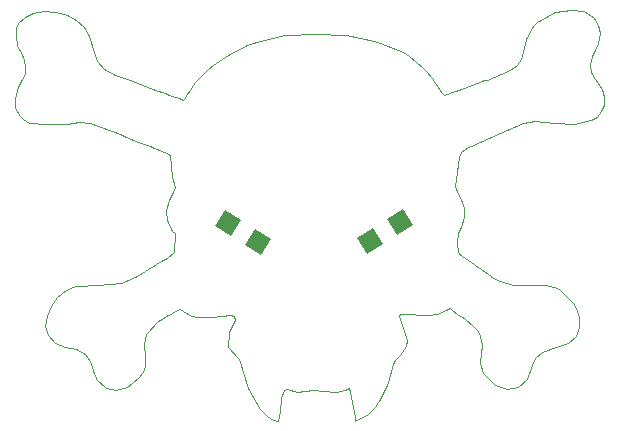
<source format=gts>
G75*
G70*
%OFA0B0*%
%FSLAX24Y24*%
%IPPOS*%
%LPD*%
%AMOC8*
5,1,8,0,0,1.08239X$1,22.5*
%
%ADD10C,0.0010*%
%ADD11R,0.0631X0.0631*%
D10*
X002813Y001666D02*
X002773Y001794D01*
X002677Y002095D01*
X002502Y002332D01*
X002202Y002485D01*
X001841Y002565D01*
X001498Y002704D01*
X001254Y002972D01*
X001179Y003262D01*
X001215Y003596D01*
X001351Y003934D01*
X001577Y004233D01*
X001868Y004458D01*
X002112Y004565D01*
X002191Y004598D01*
X002926Y004644D01*
X003693Y004687D01*
X003862Y004749D01*
X004222Y004936D01*
X004496Y005090D01*
X004609Y005166D01*
X004763Y005259D01*
X004822Y005299D01*
X004868Y005336D01*
X005046Y005430D01*
X005230Y005537D01*
X005472Y005723D01*
X005486Y006356D01*
X005413Y006444D01*
X005245Y006806D01*
X005202Y007130D01*
X005293Y007457D01*
X005432Y007739D01*
X005482Y007896D01*
X005390Y008224D01*
X005347Y008635D01*
X005334Y008922D01*
X005287Y009005D01*
X004974Y009138D01*
X004888Y009162D01*
X004802Y009186D01*
X004651Y009252D01*
X004472Y009334D01*
X004358Y009372D01*
X004248Y009408D01*
X003876Y009570D01*
X003666Y009655D01*
X003044Y009898D01*
X002939Y009935D01*
X002648Y010029D01*
X002287Y010048D01*
X001893Y010008D01*
X001223Y009993D01*
X000645Y010024D01*
X000436Y010150D01*
X000318Y010268D01*
X000160Y010544D01*
X000160Y010859D01*
X000258Y011216D01*
X000389Y011507D01*
X000483Y011671D01*
X000513Y011894D01*
X000480Y012135D01*
X000348Y012387D01*
X000277Y012532D01*
X000231Y012631D01*
X000185Y012959D01*
X000197Y013204D01*
X000274Y013356D01*
X000482Y013566D01*
X000771Y013702D01*
X001127Y013758D01*
X001538Y013733D01*
X001895Y013635D01*
X002203Y013466D01*
X002455Y013230D01*
X002641Y012933D01*
X002800Y012402D01*
X002897Y012091D01*
X003125Y011827D01*
X003512Y011631D01*
X004008Y011447D01*
X004657Y011208D01*
X004757Y011157D01*
X004821Y011132D01*
X004944Y011093D01*
X005077Y011054D01*
X005150Y011027D01*
X005231Y011001D01*
X005295Y010978D01*
X005393Y010928D01*
X005630Y010848D01*
X005767Y010795D01*
X005820Y010869D01*
X005873Y010961D01*
X005991Y011132D01*
X006109Y011303D01*
X006172Y011390D01*
X006351Y011605D01*
X006583Y011837D01*
X006753Y011968D01*
X007260Y012293D01*
X007909Y012615D01*
X008087Y012691D01*
X008226Y012735D01*
X008324Y012767D01*
X009156Y012964D01*
X010180Y013012D01*
X011206Y012977D01*
X012138Y012763D01*
X012335Y012697D01*
X013097Y012382D01*
X013290Y012275D01*
X013780Y011855D01*
X013859Y011763D01*
X014047Y011532D01*
X014173Y011368D01*
X014388Y011033D01*
X014453Y010974D01*
X014822Y011094D01*
X014954Y011132D01*
X015029Y011154D01*
X015383Y011291D01*
X015720Y011426D01*
X015800Y011447D01*
X015896Y011472D01*
X016367Y011651D01*
X016659Y011781D01*
X016883Y011952D01*
X017033Y012155D01*
X017099Y012384D01*
X017201Y012839D01*
X017433Y013255D01*
X017583Y013417D01*
X017615Y013442D01*
X018154Y013746D01*
X018691Y013803D01*
X019126Y013748D01*
X019480Y013521D01*
X019611Y013288D01*
X019663Y013037D01*
X019606Y012689D01*
X019502Y012471D01*
X019390Y012276D01*
X019336Y011979D01*
X019363Y011724D01*
X019483Y011489D01*
X019733Y011158D01*
X019795Y010880D01*
X019796Y010645D01*
X019703Y010437D01*
X019562Y010240D01*
X019349Y010119D01*
X018813Y009990D01*
X018167Y010026D01*
X017484Y010100D01*
X017101Y010043D01*
X016315Y009686D01*
X016026Y009555D01*
X015374Y009252D01*
X015262Y009214D01*
X015225Y009190D01*
X015152Y009149D01*
X015017Y009079D01*
X014977Y008901D01*
X014867Y008148D01*
X014832Y007931D01*
X014860Y007829D01*
X015071Y007401D01*
X015124Y007204D01*
X015133Y006899D01*
X015037Y006559D01*
X014927Y006347D01*
X014904Y006022D01*
X014915Y005757D01*
X014959Y005664D01*
X015028Y005615D01*
X015075Y005588D01*
X015454Y005324D01*
X015514Y005274D01*
X015541Y005247D01*
X015600Y005221D01*
X016014Y004932D01*
X016039Y004911D01*
X016314Y004773D01*
X016748Y004638D01*
X017208Y004633D01*
X017867Y004634D01*
X018220Y004522D01*
X018320Y004473D01*
X018773Y004029D01*
X018861Y003862D01*
X018953Y003567D01*
X018972Y003242D01*
X018856Y002935D01*
X018613Y002702D01*
X018181Y002567D01*
X017717Y002397D01*
X017510Y002202D01*
X017402Y001950D01*
X017233Y001483D01*
X016935Y001225D01*
X016550Y001159D01*
X016172Y001301D01*
X015763Y001703D01*
X015651Y002021D01*
X015685Y002370D01*
X015721Y002637D01*
X015667Y002937D01*
X015588Y003106D01*
X015437Y003277D01*
X015114Y003520D01*
X014891Y003659D01*
X014744Y003794D01*
X014670Y003862D01*
X014534Y003795D01*
X014228Y003671D01*
X013911Y003624D01*
X013123Y003650D01*
X013000Y003647D01*
X012970Y003600D01*
X013085Y003193D01*
X013216Y002784D01*
X013200Y002599D01*
X012986Y002299D01*
X012835Y002131D01*
X012779Y001996D01*
X012603Y001393D01*
X012571Y001309D01*
X012344Y000827D01*
X012281Y000754D01*
X012256Y000727D01*
X012151Y000558D01*
X011883Y000302D01*
X011582Y000150D01*
X011499Y000111D01*
X011486Y000226D01*
X011362Y000907D01*
X011336Y001069D01*
X011312Y001187D01*
X011174Y001143D01*
X010865Y001073D01*
X010477Y001109D01*
X010094Y001124D01*
X009579Y001077D01*
X009241Y001154D01*
X009144Y001133D01*
X009041Y000859D01*
X008983Y000420D01*
X008940Y000111D01*
X008775Y000133D01*
X008776Y000134D01*
X008552Y000266D01*
X008342Y000482D01*
X007943Y001194D01*
X007633Y002164D01*
X007612Y002201D01*
X007251Y002578D01*
X007295Y003068D01*
X007403Y003269D01*
X007489Y003463D01*
X007459Y003587D01*
X007316Y003636D01*
X007066Y003606D01*
X006650Y003550D01*
X006280Y003566D01*
X006038Y003611D01*
X005924Y003662D01*
X005868Y003698D01*
X005750Y003769D01*
X005657Y003841D01*
X005483Y003750D01*
X005300Y003639D01*
X005256Y003619D01*
X005186Y003586D01*
X005059Y003506D01*
X004914Y003428D01*
X004518Y003011D01*
X004459Y002670D01*
X004491Y002257D01*
X004497Y001932D01*
X004420Y001723D01*
X004258Y001522D01*
X003889Y001220D01*
X003521Y001124D01*
X003189Y001208D01*
X002877Y001510D01*
X002852Y001566D01*
X002813Y001666D01*
D11*
G36*
X008711Y006177D02*
X008377Y005643D01*
X007843Y005977D01*
X008177Y006511D01*
X008711Y006177D01*
G37*
G36*
X007712Y006801D02*
X007378Y006267D01*
X006844Y006601D01*
X007178Y007135D01*
X007712Y006801D01*
G37*
G36*
X011892Y005672D02*
X011558Y006206D01*
X012092Y006540D01*
X012426Y006006D01*
X011892Y005672D01*
G37*
G36*
X012891Y006296D02*
X012557Y006830D01*
X013091Y007164D01*
X013425Y006630D01*
X012891Y006296D01*
G37*
M02*

</source>
